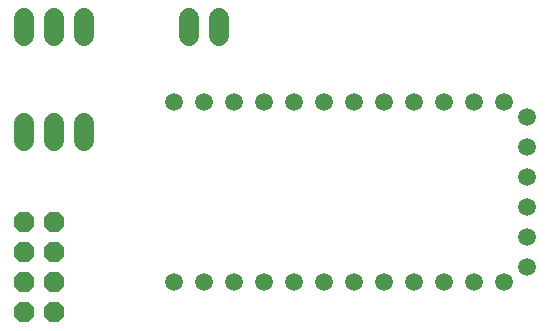
<source format=gbs>
G75*
%MOIN*%
%OFA0B0*%
%FSLAX24Y24*%
%IPPOS*%
%LPD*%
%AMOC8*
5,1,8,0,0,1.08239X$1,22.5*
%
%ADD10C,0.0680*%
%ADD11OC8,0.0680*%
%ADD12C,0.0595*%
D10*
X001517Y006800D02*
X001517Y007400D01*
X002517Y007400D02*
X002517Y006800D01*
X003517Y006800D02*
X003517Y007400D01*
X003517Y010300D02*
X003517Y010900D01*
X002517Y010900D02*
X002517Y010300D01*
X001517Y010300D02*
X001517Y010900D01*
X007017Y010900D02*
X007017Y010300D01*
X008017Y010300D02*
X008017Y010900D01*
D11*
X001517Y001100D03*
X002517Y001100D03*
X002517Y002100D03*
X001517Y002100D03*
X001517Y003100D03*
X002517Y003100D03*
X002517Y004100D03*
X001517Y004100D03*
D12*
X006517Y002100D03*
X007517Y002100D03*
X008517Y002100D03*
X009517Y002100D03*
X010517Y002100D03*
X011517Y002100D03*
X012517Y002100D03*
X013517Y002100D03*
X014517Y002100D03*
X015517Y002100D03*
X016517Y002100D03*
X017517Y002100D03*
X018267Y002600D03*
X018267Y003600D03*
X018267Y004600D03*
X018267Y005600D03*
X018267Y006600D03*
X018267Y007600D03*
X017517Y008100D03*
X016517Y008100D03*
X015517Y008100D03*
X014517Y008100D03*
X013517Y008100D03*
X012517Y008100D03*
X011517Y008100D03*
X010517Y008100D03*
X009517Y008100D03*
X008517Y008100D03*
X007517Y008100D03*
X006517Y008100D03*
M02*

</source>
